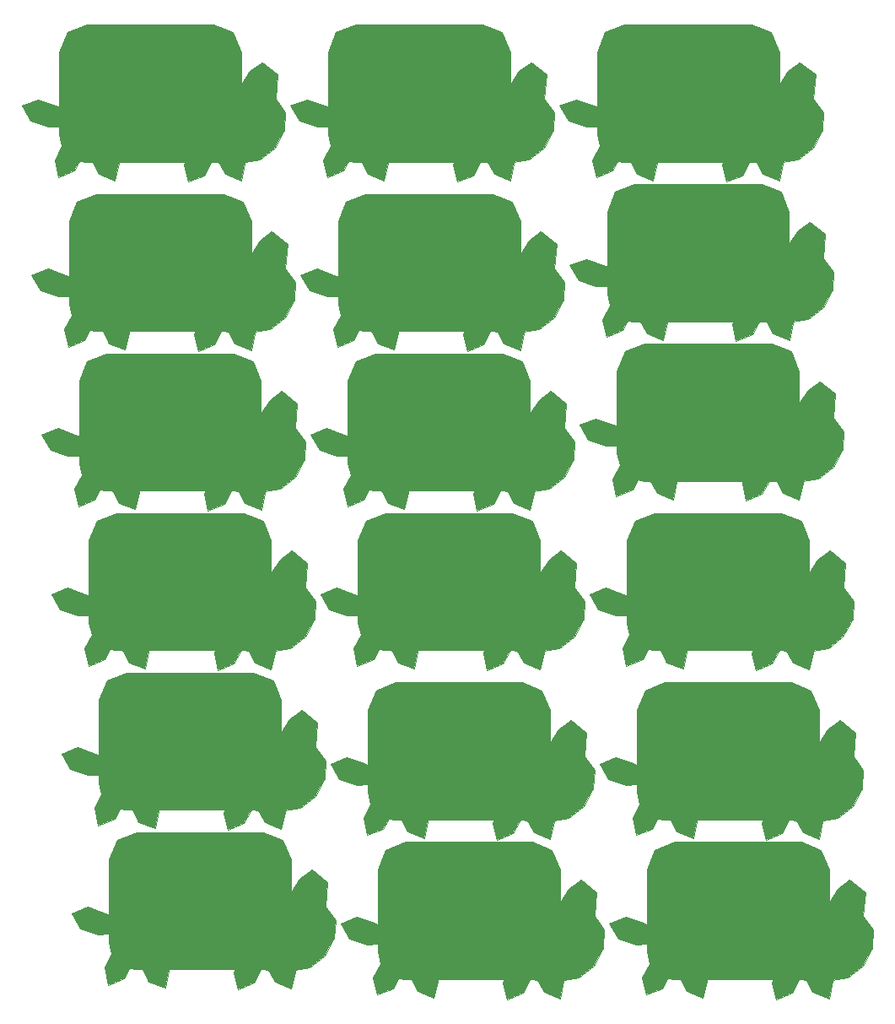
<source format=gts>
%MOIN*%
%OFA0B0*%
%FSLAX46Y46*%
%IPPOS*%
%LPD*%
%ADD10C,0.0039370078740157488*%
%ADD11C,0.0018812204724409449*%
%ADD12R,0.047244094488188976X0.047244094488188976*%
%ADD23C,0.0039370078740157488*%
%ADD24C,0.0018812204724409449*%
%ADD25R,0.047244094488188976X0.047244094488188976*%
%ADD26C,0.0039370078740157488*%
%ADD27C,0.0018812204724409449*%
%ADD28R,0.047244094488188976X0.047244094488188976*%
%ADD29C,0.0039370078740157488*%
%ADD30C,0.0018812204724409449*%
%ADD31R,0.047244094488188976X0.047244094488188976*%
%ADD32C,0.0039370078740157488*%
%ADD33C,0.0018812204724409449*%
%ADD34R,0.047244094488188976X0.047244094488188976*%
%ADD35C,0.0039370078740157488*%
%ADD36C,0.0018812204724409449*%
%ADD37R,0.047244094488188976X0.047244094488188976*%
%ADD38C,0.0039370078740157488*%
%ADD39C,0.0018812204724409449*%
%ADD40R,0.047244094488188976X0.047244094488188976*%
%ADD41C,0.0039370078740157488*%
%ADD42C,0.0018812204724409449*%
%ADD43R,0.047244094488188976X0.047244094488188976*%
%ADD44C,0.0039370078740157488*%
%ADD45C,0.0018812204724409449*%
%ADD46R,0.047244094488188976X0.047244094488188976*%
%ADD47C,0.0039370078740157488*%
%ADD48C,0.0018812204724409449*%
%ADD49R,0.047244094488188976X0.047244094488188976*%
%ADD50C,0.0039370078740157488*%
%ADD51C,0.0018812204724409449*%
%ADD52R,0.047244094488188976X0.047244094488188976*%
%ADD53C,0.0039370078740157488*%
%ADD54C,0.0018812204724409449*%
%ADD55R,0.047244094488188976X0.047244094488188976*%
%ADD56C,0.0039370078740157488*%
%ADD57C,0.0018812204724409449*%
%ADD58R,0.047244094488188976X0.047244094488188976*%
%ADD59C,0.0039370078740157488*%
%ADD60C,0.0018812204724409449*%
%ADD61R,0.047244094488188976X0.047244094488188976*%
%ADD62C,0.0039370078740157488*%
%ADD63C,0.0018812204724409449*%
%ADD64R,0.047244094488188976X0.047244094488188976*%
%ADD65C,0.0039370078740157488*%
%ADD66C,0.0018812204724409449*%
%ADD67R,0.047244094488188976X0.047244094488188976*%
%ADD68C,0.0039370078740157488*%
%ADD69C,0.0018812204724409449*%
%ADD70R,0.047244094488188976X0.047244094488188976*%
%ADD71C,0.0039370078740157488*%
%ADD72C,0.0018812204724409449*%
%ADD73R,0.047244094488188976X0.047244094488188976*%
G01G01*
D10*
D11*
G36*
X0000310082Y0003174705D02*
X0000232934Y0003142849D01*
X0000201078Y0003065701D01*
X0000201078Y0002847522D01*
X0000187047Y0002854517D01*
X0000117725Y0002878817D01*
X0000053028Y0002854028D01*
X0000088091Y0002794279D01*
X0000157417Y0002769979D01*
X0000201078Y0002771728D01*
X0000201078Y0002741477D01*
X0000211865Y0002693995D01*
X0000182971Y0002638876D01*
X0000198099Y0002571269D01*
X0000262311Y0002597283D01*
X0000282583Y0002635951D01*
X0000310082Y0002632473D01*
X0000333592Y0002632473D01*
X0000358622Y0002584741D01*
X0000422829Y0002558727D01*
X0000437962Y0002626334D01*
X0000434743Y0002632472D01*
X0000701419Y0002632472D01*
X0000695383Y0002620960D01*
X0000710511Y0002553348D01*
X0000774724Y0002579362D01*
X0000802565Y0002632472D01*
X0000808155Y0002632472D01*
X0000831543Y0002630939D01*
X0000856700Y0002582948D01*
X0000920912Y0002556934D01*
X0000936040Y0002624541D01*
X0000933056Y0002630234D01*
X0000995710Y0002640806D01*
X0001055422Y0002686603D01*
X0001092286Y0002756141D01*
X0001096066Y0002828112D01*
X0001056523Y0002881208D01*
X0001064121Y0002977489D01*
X0001003314Y0003025632D01*
X0000955171Y0002990520D01*
X0000920672Y0002936449D01*
X0000920672Y0003065701D01*
X0000888815Y0003142849D01*
X0000811667Y0003174705D01*
X0000310082Y0003174705D01*
X0000310082Y0003174705D01*
X0000310082Y0003174705D01*
G37*
X0000310082Y0003174705D02*
X0000232934Y0003142849D01*
X0000201078Y0003065701D01*
X0000201078Y0002847522D01*
X0000187047Y0002854517D01*
X0000117725Y0002878817D01*
X0000053028Y0002854028D01*
X0000088091Y0002794279D01*
X0000157417Y0002769979D01*
X0000201078Y0002771728D01*
X0000201078Y0002741477D01*
X0000211865Y0002693995D01*
X0000182971Y0002638876D01*
X0000198099Y0002571269D01*
X0000262311Y0002597283D01*
X0000282583Y0002635951D01*
X0000310082Y0002632473D01*
X0000333592Y0002632473D01*
X0000358622Y0002584741D01*
X0000422829Y0002558727D01*
X0000437962Y0002626334D01*
X0000434743Y0002632472D01*
X0000701419Y0002632472D01*
X0000695383Y0002620960D01*
X0000710511Y0002553348D01*
X0000774724Y0002579362D01*
X0000802565Y0002632472D01*
X0000808155Y0002632472D01*
X0000831543Y0002630939D01*
X0000856700Y0002582948D01*
X0000920912Y0002556934D01*
X0000936040Y0002624541D01*
X0000933056Y0002630234D01*
X0000995710Y0002640806D01*
X0001055422Y0002686603D01*
X0001092286Y0002756141D01*
X0001096066Y0002828112D01*
X0001056523Y0002881208D01*
X0001064121Y0002977489D01*
X0001003314Y0003025632D01*
X0000955171Y0002990520D01*
X0000920672Y0002936449D01*
X0000920672Y0003065701D01*
X0000888815Y0003142849D01*
X0000811667Y0003174705D01*
X0000310082Y0003174705D01*
X0000310082Y0003174705D01*
D12*
X0000996742Y0002851022D03*
X0000996742Y0002788029D03*
X0000783750Y0002849762D03*
X0000783750Y0002786770D03*
G04 next file*
G04 #@! TF.FileFunction,Soldermask,Top*
G04 Gerber Fmt 4.6, Leading zero omitted, Abs format (unit mm)*
G04 Created by KiCad (PCBNEW 4.0.4-stable) date 08/29/17 21:10:05*
G01G01*
G04 APERTURE LIST*
G04 APERTURE END LIST*
D23*
D24*
G36*
X0000270712Y0003843996D02*
X0000193564Y0003812140D01*
X0000161707Y0003734992D01*
X0000161707Y0003516813D01*
X0000147677Y0003523809D01*
X0000078355Y0003548108D01*
X0000013658Y0003523319D01*
X0000048721Y0003463570D01*
X0000118047Y0003439271D01*
X0000161708Y0003441020D01*
X0000161708Y0003410768D01*
X0000172495Y0003363286D01*
X0000143601Y0003308167D01*
X0000158729Y0003240560D01*
X0000222941Y0003266574D01*
X0000243213Y0003305242D01*
X0000270712Y0003301764D01*
X0000294222Y0003301764D01*
X0000319251Y0003254032D01*
X0000383459Y0003228018D01*
X0000398592Y0003295625D01*
X0000395373Y0003301764D01*
X0000662049Y0003301764D01*
X0000656013Y0003290251D01*
X0000671141Y0003222639D01*
X0000735353Y0003248653D01*
X0000763195Y0003301764D01*
X0000768785Y0003301764D01*
X0000792173Y0003300230D01*
X0000817330Y0003252239D01*
X0000881542Y0003226225D01*
X0000896670Y0003293832D01*
X0000893686Y0003299525D01*
X0000956340Y0003310097D01*
X0001016052Y0003355894D01*
X0001052916Y0003425432D01*
X0001056696Y0003497403D01*
X0001017152Y0003550499D01*
X0001024751Y0003646780D01*
X0000963944Y0003694923D01*
X0000915801Y0003659812D01*
X0000881302Y0003605741D01*
X0000881302Y0003734992D01*
X0000849445Y0003812140D01*
X0000772297Y0003843997D01*
X0000270712Y0003843997D01*
X0000270712Y0003843996D01*
X0000270712Y0003843996D01*
G37*
X0000270712Y0003843996D02*
X0000193564Y0003812140D01*
X0000161707Y0003734992D01*
X0000161707Y0003516813D01*
X0000147677Y0003523809D01*
X0000078355Y0003548108D01*
X0000013658Y0003523319D01*
X0000048721Y0003463570D01*
X0000118047Y0003439271D01*
X0000161708Y0003441020D01*
X0000161708Y0003410768D01*
X0000172495Y0003363286D01*
X0000143601Y0003308167D01*
X0000158729Y0003240560D01*
X0000222941Y0003266574D01*
X0000243213Y0003305242D01*
X0000270712Y0003301764D01*
X0000294222Y0003301764D01*
X0000319251Y0003254032D01*
X0000383459Y0003228018D01*
X0000398592Y0003295625D01*
X0000395373Y0003301764D01*
X0000662049Y0003301764D01*
X0000656013Y0003290251D01*
X0000671141Y0003222639D01*
X0000735353Y0003248653D01*
X0000763195Y0003301764D01*
X0000768785Y0003301764D01*
X0000792173Y0003300230D01*
X0000817330Y0003252239D01*
X0000881542Y0003226225D01*
X0000896670Y0003293832D01*
X0000893686Y0003299525D01*
X0000956340Y0003310097D01*
X0001016052Y0003355894D01*
X0001052916Y0003425432D01*
X0001056696Y0003497403D01*
X0001017152Y0003550499D01*
X0001024751Y0003646780D01*
X0000963944Y0003694923D01*
X0000915801Y0003659812D01*
X0000881302Y0003605741D01*
X0000881302Y0003734992D01*
X0000849445Y0003812140D01*
X0000772297Y0003843997D01*
X0000270712Y0003843997D01*
X0000270712Y0003843996D01*
D25*
X0000957372Y0003520313D03*
X0000957372Y0003457321D03*
X0000744380Y0003519053D03*
X0000744380Y0003456061D03*
G04 next file*
G04 #@! TF.FileFunction,Soldermask,Top*
G04 Gerber Fmt 4.6, Leading zero omitted, Abs format (unit mm)*
G04 Created by KiCad (PCBNEW 4.0.4-stable) date 08/29/17 21:10:05*
G01G01*
G04 APERTURE LIST*
G04 APERTURE END LIST*
D26*
D27*
G36*
X0000349452Y0002544784D02*
X0000272304Y0002512927D01*
X0000240448Y0002435780D01*
X0000240448Y0002217600D01*
X0000226417Y0002224596D01*
X0000157095Y0002248895D01*
X0000092398Y0002224106D01*
X0000127461Y0002164357D01*
X0000196787Y0002140058D01*
X0000240448Y0002141807D01*
X0000240448Y0002111555D01*
X0000251235Y0002064074D01*
X0000222341Y0002008954D01*
X0000237469Y0001941347D01*
X0000301681Y0001967361D01*
X0000321953Y0002006030D01*
X0000349452Y0002002551D01*
X0000372962Y0002002551D01*
X0000397992Y0001954820D01*
X0000462199Y0001928806D01*
X0000477332Y0001996413D01*
X0000474113Y0002002551D01*
X0000740789Y0002002551D01*
X0000734753Y0001991038D01*
X0000749882Y0001923427D01*
X0000814094Y0001949441D01*
X0000841935Y0002002551D01*
X0000847525Y0002002551D01*
X0000870913Y0002001018D01*
X0000896070Y0001953027D01*
X0000960282Y0001927013D01*
X0000975410Y0001994620D01*
X0000972426Y0002000312D01*
X0001035081Y0002010885D01*
X0001094792Y0002056681D01*
X0001131656Y0002126219D01*
X0001135436Y0002198190D01*
X0001095893Y0002251286D01*
X0001103491Y0002347568D01*
X0001042684Y0002395711D01*
X0000994541Y0002360599D01*
X0000960042Y0002306528D01*
X0000960042Y0002435780D01*
X0000928185Y0002512927D01*
X0000851038Y0002544784D01*
X0000349452Y0002544784D01*
X0000349452Y0002544784D01*
X0000349452Y0002544784D01*
G37*
X0000349452Y0002544784D02*
X0000272304Y0002512927D01*
X0000240448Y0002435780D01*
X0000240448Y0002217600D01*
X0000226417Y0002224596D01*
X0000157095Y0002248895D01*
X0000092398Y0002224106D01*
X0000127461Y0002164357D01*
X0000196787Y0002140058D01*
X0000240448Y0002141807D01*
X0000240448Y0002111555D01*
X0000251235Y0002064074D01*
X0000222341Y0002008954D01*
X0000237469Y0001941347D01*
X0000301681Y0001967361D01*
X0000321953Y0002006030D01*
X0000349452Y0002002551D01*
X0000372962Y0002002551D01*
X0000397992Y0001954820D01*
X0000462199Y0001928806D01*
X0000477332Y0001996413D01*
X0000474113Y0002002551D01*
X0000740789Y0002002551D01*
X0000734753Y0001991038D01*
X0000749882Y0001923427D01*
X0000814094Y0001949441D01*
X0000841935Y0002002551D01*
X0000847525Y0002002551D01*
X0000870913Y0002001018D01*
X0000896070Y0001953027D01*
X0000960282Y0001927013D01*
X0000975410Y0001994620D01*
X0000972426Y0002000312D01*
X0001035081Y0002010885D01*
X0001094792Y0002056681D01*
X0001131656Y0002126219D01*
X0001135436Y0002198190D01*
X0001095893Y0002251286D01*
X0001103491Y0002347568D01*
X0001042684Y0002395711D01*
X0000994541Y0002360599D01*
X0000960042Y0002306528D01*
X0000960042Y0002435780D01*
X0000928185Y0002512927D01*
X0000851038Y0002544784D01*
X0000349452Y0002544784D01*
X0000349452Y0002544784D01*
D28*
X0001036112Y0002221100D03*
X0001036112Y0002158108D03*
X0000823120Y0002219840D03*
X0000823120Y0002156848D03*
G04 next file*
G04 #@! TF.FileFunction,Soldermask,Top*
G04 Gerber Fmt 4.6, Leading zero omitted, Abs format (unit mm)*
G04 Created by KiCad (PCBNEW 4.0.4-stable) date 08/29/17 21:10:05*
G01G01*
G04 APERTURE LIST*
G04 APERTURE END LIST*
D29*
D30*
G36*
X0000388822Y0001914863D02*
X0000311674Y0001883006D01*
X0000279818Y0001805858D01*
X0000279818Y0001587679D01*
X0000265787Y0001594675D01*
X0000196465Y0001618974D01*
X0000131768Y0001594185D01*
X0000166831Y0001534436D01*
X0000236157Y0001510137D01*
X0000279818Y0001511886D01*
X0000279818Y0001481634D01*
X0000290606Y0001434152D01*
X0000261711Y0001379033D01*
X0000276839Y0001311426D01*
X0000341051Y0001337440D01*
X0000361323Y0001376108D01*
X0000388822Y0001372630D01*
X0000412332Y0001372630D01*
X0000437362Y0001324898D01*
X0000501569Y0001298884D01*
X0000516702Y0001366492D01*
X0000513483Y0001372630D01*
X0000780159Y0001372630D01*
X0000774123Y0001361117D01*
X0000789252Y0001293505D01*
X0000853464Y0001319519D01*
X0000881305Y0001372630D01*
X0000886895Y0001372630D01*
X0000910283Y0001371097D01*
X0000935440Y0001323105D01*
X0000999652Y0001297092D01*
X0001014780Y0001364698D01*
X0001011797Y0001370391D01*
X0001074451Y0001380963D01*
X0001134162Y0001426760D01*
X0001171026Y0001496298D01*
X0001174806Y0001568269D01*
X0001135263Y0001621365D01*
X0001142861Y0001717646D01*
X0001082054Y0001765789D01*
X0001033911Y0001730678D01*
X0000999412Y0001676607D01*
X0000999412Y0001805859D01*
X0000967555Y0001883006D01*
X0000890408Y0001914863D01*
X0000388822Y0001914863D01*
X0000388822Y0001914863D01*
X0000388822Y0001914863D01*
G37*
X0000388822Y0001914863D02*
X0000311674Y0001883006D01*
X0000279818Y0001805858D01*
X0000279818Y0001587679D01*
X0000265787Y0001594675D01*
X0000196465Y0001618974D01*
X0000131768Y0001594185D01*
X0000166831Y0001534436D01*
X0000236157Y0001510137D01*
X0000279818Y0001511886D01*
X0000279818Y0001481634D01*
X0000290606Y0001434152D01*
X0000261711Y0001379033D01*
X0000276839Y0001311426D01*
X0000341051Y0001337440D01*
X0000361323Y0001376108D01*
X0000388822Y0001372630D01*
X0000412332Y0001372630D01*
X0000437362Y0001324898D01*
X0000501569Y0001298884D01*
X0000516702Y0001366492D01*
X0000513483Y0001372630D01*
X0000780159Y0001372630D01*
X0000774123Y0001361117D01*
X0000789252Y0001293505D01*
X0000853464Y0001319519D01*
X0000881305Y0001372630D01*
X0000886895Y0001372630D01*
X0000910283Y0001371097D01*
X0000935440Y0001323105D01*
X0000999652Y0001297092D01*
X0001014780Y0001364698D01*
X0001011797Y0001370391D01*
X0001074451Y0001380963D01*
X0001134162Y0001426760D01*
X0001171026Y0001496298D01*
X0001174806Y0001568269D01*
X0001135263Y0001621365D01*
X0001142861Y0001717646D01*
X0001082054Y0001765789D01*
X0001033911Y0001730678D01*
X0000999412Y0001676607D01*
X0000999412Y0001805859D01*
X0000967555Y0001883006D01*
X0000890408Y0001914863D01*
X0000388822Y0001914863D01*
X0000388822Y0001914863D01*
D31*
X0001075482Y0001591179D03*
X0001075482Y0001528187D03*
X0000862490Y0001589919D03*
X0000862490Y0001526927D03*
G04 next file*
G04 #@! TF.FileFunction,Soldermask,Top*
G04 Gerber Fmt 4.6, Leading zero omitted, Abs format (unit mm)*
G04 Created by KiCad (PCBNEW 4.0.4-stable) date 08/29/17 21:10:05*
G01G01*
G04 APERTURE LIST*
G04 APERTURE END LIST*
D32*
D33*
G36*
X0000428192Y0001284941D02*
X0000351044Y0001253085D01*
X0000319188Y0001175937D01*
X0000319188Y0000957758D01*
X0000305157Y0000964754D01*
X0000235835Y0000989053D01*
X0000171138Y0000964264D01*
X0000206201Y0000904515D01*
X0000275527Y0000880216D01*
X0000319188Y0000881965D01*
X0000319188Y0000851713D01*
X0000329976Y0000804231D01*
X0000301081Y0000749112D01*
X0000316209Y0000681505D01*
X0000380421Y0000707519D01*
X0000400694Y0000746187D01*
X0000428192Y0000742709D01*
X0000451702Y0000742709D01*
X0000476732Y0000694977D01*
X0000540939Y0000668963D01*
X0000556072Y0000736570D01*
X0000552853Y0000742709D01*
X0000819529Y0000742709D01*
X0000813493Y0000731196D01*
X0000828622Y0000663584D01*
X0000892834Y0000689598D01*
X0000920675Y0000742709D01*
X0000926265Y0000742709D01*
X0000949653Y0000741175D01*
X0000974810Y0000693184D01*
X0001039022Y0000667170D01*
X0001054150Y0000734777D01*
X0001051167Y0000740470D01*
X0001113821Y0000751042D01*
X0001173532Y0000796839D01*
X0001210397Y0000866377D01*
X0001214176Y0000938348D01*
X0001174633Y0000991444D01*
X0001182231Y0001087725D01*
X0001121424Y0001135868D01*
X0001073281Y0001100757D01*
X0001038782Y0001046686D01*
X0001038782Y0001175937D01*
X0001006925Y0001253085D01*
X0000929778Y0001284941D01*
X0000428192Y0001284941D01*
X0000428192Y0001284941D01*
X0000428192Y0001284941D01*
G37*
X0000428192Y0001284941D02*
X0000351044Y0001253085D01*
X0000319188Y0001175937D01*
X0000319188Y0000957758D01*
X0000305157Y0000964754D01*
X0000235835Y0000989053D01*
X0000171138Y0000964264D01*
X0000206201Y0000904515D01*
X0000275527Y0000880216D01*
X0000319188Y0000881965D01*
X0000319188Y0000851713D01*
X0000329976Y0000804231D01*
X0000301081Y0000749112D01*
X0000316209Y0000681505D01*
X0000380421Y0000707519D01*
X0000400694Y0000746187D01*
X0000428192Y0000742709D01*
X0000451702Y0000742709D01*
X0000476732Y0000694977D01*
X0000540939Y0000668963D01*
X0000556072Y0000736570D01*
X0000552853Y0000742709D01*
X0000819529Y0000742709D01*
X0000813493Y0000731196D01*
X0000828622Y0000663584D01*
X0000892834Y0000689598D01*
X0000920675Y0000742709D01*
X0000926265Y0000742709D01*
X0000949653Y0000741175D01*
X0000974810Y0000693184D01*
X0001039022Y0000667170D01*
X0001054150Y0000734777D01*
X0001051167Y0000740470D01*
X0001113821Y0000751042D01*
X0001173532Y0000796839D01*
X0001210397Y0000866377D01*
X0001214176Y0000938348D01*
X0001174633Y0000991444D01*
X0001182231Y0001087725D01*
X0001121424Y0001135868D01*
X0001073281Y0001100757D01*
X0001038782Y0001046686D01*
X0001038782Y0001175937D01*
X0001006925Y0001253085D01*
X0000929778Y0001284941D01*
X0000428192Y0001284941D01*
X0000428192Y0001284941D01*
D34*
X0001114852Y0000961258D03*
X0001114852Y0000898266D03*
X0000901860Y0000959998D03*
X0000901860Y0000897006D03*
G04 next file*
G04 #@! TF.FileFunction,Soldermask,Top*
G04 Gerber Fmt 4.6, Leading zero omitted, Abs format (unit mm)*
G04 Created by KiCad (PCBNEW 4.0.4-stable) date 08/29/17 21:10:05*
G01G01*
G04 APERTURE LIST*
G04 APERTURE END LIST*
D35*
D36*
G36*
X0000467562Y0000655020D02*
X0000390414Y0000623163D01*
X0000358558Y0000546016D01*
X0000358558Y0000327837D01*
X0000344527Y0000334832D01*
X0000275205Y0000359132D01*
X0000210508Y0000334342D01*
X0000245571Y0000274594D01*
X0000314897Y0000250294D01*
X0000358558Y0000252043D01*
X0000358558Y0000221792D01*
X0000369346Y0000174310D01*
X0000340451Y0000119191D01*
X0000355579Y0000051584D01*
X0000419791Y0000077598D01*
X0000440064Y0000116266D01*
X0000467562Y0000112787D01*
X0000491073Y0000112787D01*
X0000516102Y0000065056D01*
X0000580309Y0000039042D01*
X0000595442Y0000106649D01*
X0000592223Y0000112787D01*
X0000858899Y0000112787D01*
X0000852863Y0000101275D01*
X0000867992Y0000033663D01*
X0000932204Y0000059677D01*
X0000960045Y0000112787D01*
X0000965635Y0000112787D01*
X0000989023Y0000111254D01*
X0001014180Y0000063263D01*
X0001078392Y0000037249D01*
X0001093520Y0000104856D01*
X0001090537Y0000110549D01*
X0001153191Y0000121121D01*
X0001212902Y0000166918D01*
X0001249767Y0000236456D01*
X0001253546Y0000308427D01*
X0001214003Y0000361522D01*
X0001221601Y0000457804D01*
X0001160794Y0000505947D01*
X0001112652Y0000470835D01*
X0001078152Y0000416764D01*
X0001078152Y0000546016D01*
X0001046295Y0000623164D01*
X0000969148Y0000655020D01*
X0000467562Y0000655020D01*
X0000467562Y0000655020D01*
X0000467562Y0000655020D01*
G37*
X0000467562Y0000655020D02*
X0000390414Y0000623163D01*
X0000358558Y0000546016D01*
X0000358558Y0000327837D01*
X0000344527Y0000334832D01*
X0000275205Y0000359132D01*
X0000210508Y0000334342D01*
X0000245571Y0000274594D01*
X0000314897Y0000250294D01*
X0000358558Y0000252043D01*
X0000358558Y0000221792D01*
X0000369346Y0000174310D01*
X0000340451Y0000119191D01*
X0000355579Y0000051584D01*
X0000419791Y0000077598D01*
X0000440064Y0000116266D01*
X0000467562Y0000112787D01*
X0000491073Y0000112787D01*
X0000516102Y0000065056D01*
X0000580309Y0000039042D01*
X0000595442Y0000106649D01*
X0000592223Y0000112787D01*
X0000858899Y0000112787D01*
X0000852863Y0000101275D01*
X0000867992Y0000033663D01*
X0000932204Y0000059677D01*
X0000960045Y0000112787D01*
X0000965635Y0000112787D01*
X0000989023Y0000111254D01*
X0001014180Y0000063263D01*
X0001078392Y0000037249D01*
X0001093520Y0000104856D01*
X0001090537Y0000110549D01*
X0001153191Y0000121121D01*
X0001212902Y0000166918D01*
X0001249767Y0000236456D01*
X0001253546Y0000308427D01*
X0001214003Y0000361522D01*
X0001221601Y0000457804D01*
X0001160794Y0000505947D01*
X0001112652Y0000470835D01*
X0001078152Y0000416764D01*
X0001078152Y0000546016D01*
X0001046295Y0000623164D01*
X0000969148Y0000655020D01*
X0000467562Y0000655020D01*
X0000467562Y0000655020D01*
D37*
X0001154222Y0000331337D03*
X0001154222Y0000268344D03*
X0000941230Y0000330077D03*
X0000941230Y0000267085D03*
G04 next file*
G04 #@! TF.FileFunction,Soldermask,Top*
G04 Gerber Fmt 4.6, Leading zero omitted, Abs format (unit mm)*
G04 Created by KiCad (PCBNEW 4.0.4-stable) date 08/29/17 21:10:05*
G01G01*
G04 APERTURE LIST*
G04 APERTURE END LIST*
D38*
D39*
G36*
X0001333704Y0003843996D02*
X0001256556Y0003812140D01*
X0001224700Y0003734992D01*
X0001224700Y0003516813D01*
X0001210669Y0003523809D01*
X0001141347Y0003548108D01*
X0001076650Y0003523319D01*
X0001111713Y0003463570D01*
X0001181039Y0003439271D01*
X0001224700Y0003441020D01*
X0001224700Y0003410768D01*
X0001235487Y0003363286D01*
X0001206593Y0003308167D01*
X0001221721Y0003240560D01*
X0001285933Y0003266574D01*
X0001306205Y0003305242D01*
X0001333704Y0003301764D01*
X0001357214Y0003301764D01*
X0001382244Y0003254032D01*
X0001446451Y0003228018D01*
X0001461584Y0003295625D01*
X0001458365Y0003301764D01*
X0001725041Y0003301764D01*
X0001719005Y0003290251D01*
X0001734134Y0003222639D01*
X0001798346Y0003248653D01*
X0001826187Y0003301764D01*
X0001831777Y0003301764D01*
X0001855165Y0003300230D01*
X0001880322Y0003252239D01*
X0001944534Y0003226225D01*
X0001959662Y0003293832D01*
X0001956678Y0003299525D01*
X0002019333Y0003310097D01*
X0002079044Y0003355894D01*
X0002115908Y0003425432D01*
X0002119688Y0003497403D01*
X0002080145Y0003550499D01*
X0002087743Y0003646780D01*
X0002026936Y0003694923D01*
X0001978793Y0003659812D01*
X0001944294Y0003605741D01*
X0001944294Y0003734992D01*
X0001912437Y0003812140D01*
X0001835290Y0003843997D01*
X0001333704Y0003843997D01*
X0001333704Y0003843996D01*
X0001333704Y0003843996D01*
G37*
X0001333704Y0003843996D02*
X0001256556Y0003812140D01*
X0001224700Y0003734992D01*
X0001224700Y0003516813D01*
X0001210669Y0003523809D01*
X0001141347Y0003548108D01*
X0001076650Y0003523319D01*
X0001111713Y0003463570D01*
X0001181039Y0003439271D01*
X0001224700Y0003441020D01*
X0001224700Y0003410768D01*
X0001235487Y0003363286D01*
X0001206593Y0003308167D01*
X0001221721Y0003240560D01*
X0001285933Y0003266574D01*
X0001306205Y0003305242D01*
X0001333704Y0003301764D01*
X0001357214Y0003301764D01*
X0001382244Y0003254032D01*
X0001446451Y0003228018D01*
X0001461584Y0003295625D01*
X0001458365Y0003301764D01*
X0001725041Y0003301764D01*
X0001719005Y0003290251D01*
X0001734134Y0003222639D01*
X0001798346Y0003248653D01*
X0001826187Y0003301764D01*
X0001831777Y0003301764D01*
X0001855165Y0003300230D01*
X0001880322Y0003252239D01*
X0001944534Y0003226225D01*
X0001959662Y0003293832D01*
X0001956678Y0003299525D01*
X0002019333Y0003310097D01*
X0002079044Y0003355894D01*
X0002115908Y0003425432D01*
X0002119688Y0003497403D01*
X0002080145Y0003550499D01*
X0002087743Y0003646780D01*
X0002026936Y0003694923D01*
X0001978793Y0003659812D01*
X0001944294Y0003605741D01*
X0001944294Y0003734992D01*
X0001912437Y0003812140D01*
X0001835290Y0003843997D01*
X0001333704Y0003843997D01*
X0001333704Y0003843996D01*
D40*
X0002020364Y0003520313D03*
X0002020364Y0003457321D03*
X0001807372Y0003519053D03*
X0001807372Y0003456061D03*
G04 next file*
G04 #@! TF.FileFunction,Soldermask,Top*
G04 Gerber Fmt 4.6, Leading zero omitted, Abs format (unit mm)*
G04 Created by KiCad (PCBNEW 4.0.4-stable) date 08/29/17 21:10:05*
G01G01*
G04 APERTURE LIST*
G04 APERTURE END LIST*
D41*
D42*
G36*
X0001451814Y0001914863D02*
X0001374666Y0001883006D01*
X0001342810Y0001805858D01*
X0001342810Y0001587679D01*
X0001328779Y0001594675D01*
X0001259457Y0001618974D01*
X0001194760Y0001594185D01*
X0001229823Y0001534436D01*
X0001299149Y0001510137D01*
X0001342810Y0001511886D01*
X0001342810Y0001481634D01*
X0001353598Y0001434152D01*
X0001324703Y0001379033D01*
X0001339831Y0001311426D01*
X0001404043Y0001337440D01*
X0001424316Y0001376108D01*
X0001451814Y0001372630D01*
X0001475325Y0001372630D01*
X0001500354Y0001324898D01*
X0001564561Y0001298884D01*
X0001579694Y0001366492D01*
X0001576475Y0001372630D01*
X0001843151Y0001372630D01*
X0001837115Y0001361117D01*
X0001852244Y0001293505D01*
X0001916456Y0001319519D01*
X0001944297Y0001372630D01*
X0001949887Y0001372630D01*
X0001973275Y0001371097D01*
X0001998432Y0001323105D01*
X0002062644Y0001297092D01*
X0002077772Y0001364698D01*
X0002074789Y0001370391D01*
X0002137443Y0001380963D01*
X0002197154Y0001426760D01*
X0002234019Y0001496298D01*
X0002237798Y0001568269D01*
X0002198255Y0001621365D01*
X0002205853Y0001717646D01*
X0002145046Y0001765789D01*
X0002096903Y0001730678D01*
X0002062404Y0001676607D01*
X0002062404Y0001805859D01*
X0002030547Y0001883006D01*
X0001953400Y0001914863D01*
X0001451814Y0001914863D01*
X0001451814Y0001914863D01*
X0001451814Y0001914863D01*
G37*
X0001451814Y0001914863D02*
X0001374666Y0001883006D01*
X0001342810Y0001805858D01*
X0001342810Y0001587679D01*
X0001328779Y0001594675D01*
X0001259457Y0001618974D01*
X0001194760Y0001594185D01*
X0001229823Y0001534436D01*
X0001299149Y0001510137D01*
X0001342810Y0001511886D01*
X0001342810Y0001481634D01*
X0001353598Y0001434152D01*
X0001324703Y0001379033D01*
X0001339831Y0001311426D01*
X0001404043Y0001337440D01*
X0001424316Y0001376108D01*
X0001451814Y0001372630D01*
X0001475325Y0001372630D01*
X0001500354Y0001324898D01*
X0001564561Y0001298884D01*
X0001579694Y0001366492D01*
X0001576475Y0001372630D01*
X0001843151Y0001372630D01*
X0001837115Y0001361117D01*
X0001852244Y0001293505D01*
X0001916456Y0001319519D01*
X0001944297Y0001372630D01*
X0001949887Y0001372630D01*
X0001973275Y0001371097D01*
X0001998432Y0001323105D01*
X0002062644Y0001297092D01*
X0002077772Y0001364698D01*
X0002074789Y0001370391D01*
X0002137443Y0001380963D01*
X0002197154Y0001426760D01*
X0002234019Y0001496298D01*
X0002237798Y0001568269D01*
X0002198255Y0001621365D01*
X0002205853Y0001717646D01*
X0002145046Y0001765789D01*
X0002096903Y0001730678D01*
X0002062404Y0001676607D01*
X0002062404Y0001805859D01*
X0002030547Y0001883006D01*
X0001953400Y0001914863D01*
X0001451814Y0001914863D01*
X0001451814Y0001914863D01*
D43*
X0002138474Y0001591179D03*
X0002138474Y0001528187D03*
X0001925482Y0001589919D03*
X0001925482Y0001526927D03*
G04 next file*
G04 #@! TF.FileFunction,Soldermask,Top*
G04 Gerber Fmt 4.6, Leading zero omitted, Abs format (unit mm)*
G04 Created by KiCad (PCBNEW 4.0.4-stable) date 08/29/17 21:10:05*
G01G01*
G04 APERTURE LIST*
G04 APERTURE END LIST*
D44*
D45*
G36*
X0001373074Y0003174705D02*
X0001295926Y0003142849D01*
X0001264070Y0003065701D01*
X0001264070Y0002847522D01*
X0001250039Y0002854517D01*
X0001180717Y0002878817D01*
X0001116020Y0002854028D01*
X0001151083Y0002794279D01*
X0001220409Y0002769979D01*
X0001264070Y0002771728D01*
X0001264070Y0002741477D01*
X0001274857Y0002693995D01*
X0001245963Y0002638876D01*
X0001261091Y0002571269D01*
X0001325303Y0002597283D01*
X0001345575Y0002635951D01*
X0001373074Y0002632473D01*
X0001396584Y0002632473D01*
X0001421614Y0002584741D01*
X0001485821Y0002558727D01*
X0001500954Y0002626334D01*
X0001497735Y0002632472D01*
X0001764411Y0002632472D01*
X0001758375Y0002620960D01*
X0001773504Y0002553348D01*
X0001837716Y0002579362D01*
X0001865557Y0002632472D01*
X0001871147Y0002632472D01*
X0001894535Y0002630939D01*
X0001919692Y0002582948D01*
X0001983904Y0002556934D01*
X0001999032Y0002624541D01*
X0001996049Y0002630234D01*
X0002058703Y0002640806D01*
X0002118414Y0002686603D01*
X0002155278Y0002756141D01*
X0002159058Y0002828112D01*
X0002119515Y0002881208D01*
X0002127113Y0002977489D01*
X0002066306Y0003025632D01*
X0002018163Y0002990520D01*
X0001983664Y0002936449D01*
X0001983664Y0003065701D01*
X0001951807Y0003142849D01*
X0001874660Y0003174705D01*
X0001373074Y0003174705D01*
X0001373074Y0003174705D01*
X0001373074Y0003174705D01*
G37*
X0001373074Y0003174705D02*
X0001295926Y0003142849D01*
X0001264070Y0003065701D01*
X0001264070Y0002847522D01*
X0001250039Y0002854517D01*
X0001180717Y0002878817D01*
X0001116020Y0002854028D01*
X0001151083Y0002794279D01*
X0001220409Y0002769979D01*
X0001264070Y0002771728D01*
X0001264070Y0002741477D01*
X0001274857Y0002693995D01*
X0001245963Y0002638876D01*
X0001261091Y0002571269D01*
X0001325303Y0002597283D01*
X0001345575Y0002635951D01*
X0001373074Y0002632473D01*
X0001396584Y0002632473D01*
X0001421614Y0002584741D01*
X0001485821Y0002558727D01*
X0001500954Y0002626334D01*
X0001497735Y0002632472D01*
X0001764411Y0002632472D01*
X0001758375Y0002620960D01*
X0001773504Y0002553348D01*
X0001837716Y0002579362D01*
X0001865557Y0002632472D01*
X0001871147Y0002632472D01*
X0001894535Y0002630939D01*
X0001919692Y0002582948D01*
X0001983904Y0002556934D01*
X0001999032Y0002624541D01*
X0001996049Y0002630234D01*
X0002058703Y0002640806D01*
X0002118414Y0002686603D01*
X0002155278Y0002756141D01*
X0002159058Y0002828112D01*
X0002119515Y0002881208D01*
X0002127113Y0002977489D01*
X0002066306Y0003025632D01*
X0002018163Y0002990520D01*
X0001983664Y0002936449D01*
X0001983664Y0003065701D01*
X0001951807Y0003142849D01*
X0001874660Y0003174705D01*
X0001373074Y0003174705D01*
X0001373074Y0003174705D01*
D46*
X0002059734Y0002851022D03*
X0002059734Y0002788029D03*
X0001846742Y0002849762D03*
X0001846742Y0002786770D03*
G04 next file*
G04 #@! TF.FileFunction,Soldermask,Top*
G04 Gerber Fmt 4.6, Leading zero omitted, Abs format (unit mm)*
G04 Created by KiCad (PCBNEW 4.0.4-stable) date 08/29/17 21:10:05*
G01G01*
G04 APERTURE LIST*
G04 APERTURE END LIST*
D47*
D48*
G36*
X0001412444Y0002544784D02*
X0001335296Y0002512927D01*
X0001303440Y0002435780D01*
X0001303440Y0002217600D01*
X0001289409Y0002224596D01*
X0001220087Y0002248895D01*
X0001155390Y0002224106D01*
X0001190453Y0002164357D01*
X0001259779Y0002140058D01*
X0001303440Y0002141807D01*
X0001303440Y0002111555D01*
X0001314228Y0002064074D01*
X0001285333Y0002008954D01*
X0001300461Y0001941347D01*
X0001364673Y0001967361D01*
X0001384946Y0002006030D01*
X0001412444Y0002002551D01*
X0001435954Y0002002551D01*
X0001460984Y0001954820D01*
X0001525191Y0001928806D01*
X0001540324Y0001996413D01*
X0001537105Y0002002551D01*
X0001803781Y0002002551D01*
X0001797745Y0001991038D01*
X0001812874Y0001923427D01*
X0001877086Y0001949441D01*
X0001904927Y0002002551D01*
X0001910517Y0002002551D01*
X0001933905Y0002001018D01*
X0001959062Y0001953027D01*
X0002023274Y0001927013D01*
X0002038402Y0001994620D01*
X0002035419Y0002000312D01*
X0002098073Y0002010885D01*
X0002157784Y0002056681D01*
X0002194648Y0002126219D01*
X0002198428Y0002198190D01*
X0002158885Y0002251286D01*
X0002166483Y0002347568D01*
X0002105676Y0002395711D01*
X0002057533Y0002360599D01*
X0002023034Y0002306528D01*
X0002023034Y0002435780D01*
X0001991177Y0002512927D01*
X0001914030Y0002544784D01*
X0001412444Y0002544784D01*
X0001412444Y0002544784D01*
X0001412444Y0002544784D01*
G37*
X0001412444Y0002544784D02*
X0001335296Y0002512927D01*
X0001303440Y0002435780D01*
X0001303440Y0002217600D01*
X0001289409Y0002224596D01*
X0001220087Y0002248895D01*
X0001155390Y0002224106D01*
X0001190453Y0002164357D01*
X0001259779Y0002140058D01*
X0001303440Y0002141807D01*
X0001303440Y0002111555D01*
X0001314228Y0002064074D01*
X0001285333Y0002008954D01*
X0001300461Y0001941347D01*
X0001364673Y0001967361D01*
X0001384946Y0002006030D01*
X0001412444Y0002002551D01*
X0001435954Y0002002551D01*
X0001460984Y0001954820D01*
X0001525191Y0001928806D01*
X0001540324Y0001996413D01*
X0001537105Y0002002551D01*
X0001803781Y0002002551D01*
X0001797745Y0001991038D01*
X0001812874Y0001923427D01*
X0001877086Y0001949441D01*
X0001904927Y0002002551D01*
X0001910517Y0002002551D01*
X0001933905Y0002001018D01*
X0001959062Y0001953027D01*
X0002023274Y0001927013D01*
X0002038402Y0001994620D01*
X0002035419Y0002000312D01*
X0002098073Y0002010885D01*
X0002157784Y0002056681D01*
X0002194648Y0002126219D01*
X0002198428Y0002198190D01*
X0002158885Y0002251286D01*
X0002166483Y0002347568D01*
X0002105676Y0002395711D01*
X0002057533Y0002360599D01*
X0002023034Y0002306528D01*
X0002023034Y0002435780D01*
X0001991177Y0002512927D01*
X0001914030Y0002544784D01*
X0001412444Y0002544784D01*
X0001412444Y0002544784D01*
D49*
X0002099104Y0002221100D03*
X0002099104Y0002158108D03*
X0001886112Y0002219840D03*
X0001886112Y0002156848D03*
G04 next file*
G04 #@! TF.FileFunction,Soldermask,Top*
G04 Gerber Fmt 4.6, Leading zero omitted, Abs format (unit mm)*
G04 Created by KiCad (PCBNEW 4.0.4-stable) date 08/29/17 21:10:05*
G01G01*
G04 APERTURE LIST*
G04 APERTURE END LIST*
D50*
D51*
G36*
X0001491184Y0001245571D02*
X0001414036Y0001213715D01*
X0001382180Y0001136567D01*
X0001382180Y0000918388D01*
X0001368149Y0000925384D01*
X0001298827Y0000949683D01*
X0001234130Y0000924894D01*
X0001269193Y0000865145D01*
X0001338520Y0000840845D01*
X0001382180Y0000842594D01*
X0001382180Y0000812343D01*
X0001392968Y0000764861D01*
X0001364073Y0000709742D01*
X0001379201Y0000642135D01*
X0001443413Y0000668149D01*
X0001463686Y0000706817D01*
X0001491184Y0000703339D01*
X0001514695Y0000703339D01*
X0001539724Y0000655607D01*
X0001603931Y0000629593D01*
X0001619064Y0000697200D01*
X0001615845Y0000703339D01*
X0001882521Y0000703339D01*
X0001876486Y0000691826D01*
X0001891614Y0000624214D01*
X0001955826Y0000650228D01*
X0001983667Y0000703339D01*
X0001989257Y0000703339D01*
X0002012645Y0000701805D01*
X0002037802Y0000653814D01*
X0002102014Y0000627800D01*
X0002117142Y0000695407D01*
X0002114159Y0000701100D01*
X0002176813Y0000711672D01*
X0002236524Y0000757469D01*
X0002273389Y0000827007D01*
X0002277168Y0000898978D01*
X0002237625Y0000952074D01*
X0002245223Y0001048355D01*
X0002184416Y0001096498D01*
X0002136274Y0001061386D01*
X0002101774Y0001007315D01*
X0002101774Y0001136567D01*
X0002069917Y0001213715D01*
X0001992770Y0001245571D01*
X0001491184Y0001245571D01*
X0001491184Y0001245571D01*
X0001491184Y0001245571D01*
G37*
X0001491184Y0001245571D02*
X0001414036Y0001213715D01*
X0001382180Y0001136567D01*
X0001382180Y0000918388D01*
X0001368149Y0000925384D01*
X0001298827Y0000949683D01*
X0001234130Y0000924894D01*
X0001269193Y0000865145D01*
X0001338520Y0000840845D01*
X0001382180Y0000842594D01*
X0001382180Y0000812343D01*
X0001392968Y0000764861D01*
X0001364073Y0000709742D01*
X0001379201Y0000642135D01*
X0001443413Y0000668149D01*
X0001463686Y0000706817D01*
X0001491184Y0000703339D01*
X0001514695Y0000703339D01*
X0001539724Y0000655607D01*
X0001603931Y0000629593D01*
X0001619064Y0000697200D01*
X0001615845Y0000703339D01*
X0001882521Y0000703339D01*
X0001876486Y0000691826D01*
X0001891614Y0000624214D01*
X0001955826Y0000650228D01*
X0001983667Y0000703339D01*
X0001989257Y0000703339D01*
X0002012645Y0000701805D01*
X0002037802Y0000653814D01*
X0002102014Y0000627800D01*
X0002117142Y0000695407D01*
X0002114159Y0000701100D01*
X0002176813Y0000711672D01*
X0002236524Y0000757469D01*
X0002273389Y0000827007D01*
X0002277168Y0000898978D01*
X0002237625Y0000952074D01*
X0002245223Y0001048355D01*
X0002184416Y0001096498D01*
X0002136274Y0001061386D01*
X0002101774Y0001007315D01*
X0002101774Y0001136567D01*
X0002069917Y0001213715D01*
X0001992770Y0001245571D01*
X0001491184Y0001245571D01*
X0001491184Y0001245571D01*
D52*
X0002177844Y0000921888D03*
X0002177844Y0000858896D03*
X0001964852Y0000920628D03*
X0001964852Y0000857636D03*
G04 next file*
G04 #@! TF.FileFunction,Soldermask,Top*
G04 Gerber Fmt 4.6, Leading zero omitted, Abs format (unit mm)*
G04 Created by KiCad (PCBNEW 4.0.4-stable) date 08/29/17 21:10:05*
G01G01*
G04 APERTURE LIST*
G04 APERTURE END LIST*
D53*
D54*
G36*
X0001530554Y0000615650D02*
X0001453407Y0000583793D01*
X0001421550Y0000506646D01*
X0001421550Y0000288467D01*
X0001407519Y0000295462D01*
X0001338197Y0000319762D01*
X0001273500Y0000294972D01*
X0001308563Y0000235223D01*
X0001377890Y0000210924D01*
X0001421550Y0000212673D01*
X0001421550Y0000182421D01*
X0001432338Y0000134940D01*
X0001403443Y0000079821D01*
X0001418571Y0000012213D01*
X0001482783Y0000038227D01*
X0001503056Y0000076896D01*
X0001530554Y0000073417D01*
X0001554065Y0000073417D01*
X0001579094Y0000025686D01*
X0001643301Y-0000000327D01*
X0001658434Y0000067279D01*
X0001655216Y0000073417D01*
X0001921891Y0000073417D01*
X0001915856Y0000061905D01*
X0001930984Y-0000005706D01*
X0001995196Y0000020307D01*
X0002023037Y0000073417D01*
X0002028627Y0000073417D01*
X0002052015Y0000071884D01*
X0002077172Y0000023893D01*
X0002141384Y-0000002120D01*
X0002156512Y0000065486D01*
X0002153529Y0000071179D01*
X0002216183Y0000081751D01*
X0002275894Y0000127547D01*
X0002312759Y0000197085D01*
X0002316538Y0000269057D01*
X0002276995Y0000322152D01*
X0002284593Y0000418434D01*
X0002223786Y0000466577D01*
X0002175644Y0000431465D01*
X0002141144Y0000377394D01*
X0002141144Y0000506646D01*
X0002109287Y0000583794D01*
X0002032140Y0000615650D01*
X0001530554Y0000615650D01*
X0001530554Y0000615650D01*
X0001530554Y0000615650D01*
G37*
X0001530554Y0000615650D02*
X0001453407Y0000583793D01*
X0001421550Y0000506646D01*
X0001421550Y0000288467D01*
X0001407519Y0000295462D01*
X0001338197Y0000319762D01*
X0001273500Y0000294972D01*
X0001308563Y0000235223D01*
X0001377890Y0000210924D01*
X0001421550Y0000212673D01*
X0001421550Y0000182421D01*
X0001432338Y0000134940D01*
X0001403443Y0000079821D01*
X0001418571Y0000012213D01*
X0001482783Y0000038227D01*
X0001503056Y0000076896D01*
X0001530554Y0000073417D01*
X0001554065Y0000073417D01*
X0001579094Y0000025686D01*
X0001643301Y-0000000327D01*
X0001658434Y0000067279D01*
X0001655216Y0000073417D01*
X0001921891Y0000073417D01*
X0001915856Y0000061905D01*
X0001930984Y-0000005706D01*
X0001995196Y0000020307D01*
X0002023037Y0000073417D01*
X0002028627Y0000073417D01*
X0002052015Y0000071884D01*
X0002077172Y0000023893D01*
X0002141384Y-0000002120D01*
X0002156512Y0000065486D01*
X0002153529Y0000071179D01*
X0002216183Y0000081751D01*
X0002275894Y0000127547D01*
X0002312759Y0000197085D01*
X0002316538Y0000269057D01*
X0002276995Y0000322152D01*
X0002284593Y0000418434D01*
X0002223786Y0000466577D01*
X0002175644Y0000431465D01*
X0002141144Y0000377394D01*
X0002141144Y0000506646D01*
X0002109287Y0000583794D01*
X0002032140Y0000615650D01*
X0001530554Y0000615650D01*
X0001530554Y0000615650D01*
D55*
X0002217214Y0000291966D03*
X0002217214Y0000228974D03*
X0002004222Y0000290707D03*
X0002004222Y0000227714D03*
G04 next file*
G04 #@! TF.FileFunction,Soldermask,Top*
G04 Gerber Fmt 4.6, Leading zero omitted, Abs format (unit mm)*
G04 Created by KiCad (PCBNEW 4.0.4-stable) date 08/29/17 21:10:05*
G01G01*
G04 APERTURE LIST*
G04 APERTURE END LIST*
D56*
D57*
G36*
X0002396696Y0003843996D02*
X0002319548Y0003812140D01*
X0002287692Y0003734992D01*
X0002287692Y0003516813D01*
X0002273661Y0003523809D01*
X0002204339Y0003548108D01*
X0002139642Y0003523319D01*
X0002174705Y0003463570D01*
X0002244031Y0003439271D01*
X0002287692Y0003441020D01*
X0002287692Y0003410768D01*
X0002298480Y0003363286D01*
X0002269585Y0003308167D01*
X0002284713Y0003240560D01*
X0002348925Y0003266574D01*
X0002369197Y0003305242D01*
X0002396696Y0003301764D01*
X0002420206Y0003301764D01*
X0002445236Y0003254032D01*
X0002509443Y0003228018D01*
X0002524576Y0003295625D01*
X0002521357Y0003301764D01*
X0002788033Y0003301764D01*
X0002781997Y0003290251D01*
X0002797126Y0003222639D01*
X0002861338Y0003248653D01*
X0002889179Y0003301764D01*
X0002894769Y0003301764D01*
X0002918157Y0003300230D01*
X0002943314Y0003252239D01*
X0003007526Y0003226225D01*
X0003022654Y0003293832D01*
X0003019671Y0003299525D01*
X0003082325Y0003310097D01*
X0003142036Y0003355894D01*
X0003178900Y0003425432D01*
X0003182680Y0003497403D01*
X0003143137Y0003550499D01*
X0003150735Y0003646780D01*
X0003089928Y0003694923D01*
X0003041785Y0003659812D01*
X0003007286Y0003605741D01*
X0003007286Y0003734992D01*
X0002975429Y0003812140D01*
X0002898282Y0003843997D01*
X0002396696Y0003843997D01*
X0002396696Y0003843996D01*
X0002396696Y0003843996D01*
G37*
X0002396696Y0003843996D02*
X0002319548Y0003812140D01*
X0002287692Y0003734992D01*
X0002287692Y0003516813D01*
X0002273661Y0003523809D01*
X0002204339Y0003548108D01*
X0002139642Y0003523319D01*
X0002174705Y0003463570D01*
X0002244031Y0003439271D01*
X0002287692Y0003441020D01*
X0002287692Y0003410768D01*
X0002298480Y0003363286D01*
X0002269585Y0003308167D01*
X0002284713Y0003240560D01*
X0002348925Y0003266574D01*
X0002369197Y0003305242D01*
X0002396696Y0003301764D01*
X0002420206Y0003301764D01*
X0002445236Y0003254032D01*
X0002509443Y0003228018D01*
X0002524576Y0003295625D01*
X0002521357Y0003301764D01*
X0002788033Y0003301764D01*
X0002781997Y0003290251D01*
X0002797126Y0003222639D01*
X0002861338Y0003248653D01*
X0002889179Y0003301764D01*
X0002894769Y0003301764D01*
X0002918157Y0003300230D01*
X0002943314Y0003252239D01*
X0003007526Y0003226225D01*
X0003022654Y0003293832D01*
X0003019671Y0003299525D01*
X0003082325Y0003310097D01*
X0003142036Y0003355894D01*
X0003178900Y0003425432D01*
X0003182680Y0003497403D01*
X0003143137Y0003550499D01*
X0003150735Y0003646780D01*
X0003089928Y0003694923D01*
X0003041785Y0003659812D01*
X0003007286Y0003605741D01*
X0003007286Y0003734992D01*
X0002975429Y0003812140D01*
X0002898282Y0003843997D01*
X0002396696Y0003843997D01*
X0002396696Y0003843996D01*
D58*
X0003083356Y0003520313D03*
X0003083356Y0003457321D03*
X0002870364Y0003519053D03*
X0002870364Y0003456061D03*
G04 next file*
G04 #@! TF.FileFunction,Soldermask,Top*
G04 Gerber Fmt 4.6, Leading zero omitted, Abs format (unit mm)*
G04 Created by KiCad (PCBNEW 4.0.4-stable) date 08/29/17 21:10:05*
G01G01*
G04 APERTURE LIST*
G04 APERTURE END LIST*
D59*
D60*
G36*
X0002436066Y0003214075D02*
X0002358918Y0003182219D01*
X0002327062Y0003105071D01*
X0002327062Y0002886892D01*
X0002313031Y0002893888D01*
X0002243709Y0002918187D01*
X0002179012Y0002893398D01*
X0002214075Y0002833649D01*
X0002283401Y0002809349D01*
X0002327062Y0002811098D01*
X0002327062Y0002780847D01*
X0002337850Y0002733365D01*
X0002308955Y0002678246D01*
X0002324083Y0002610639D01*
X0002388295Y0002636653D01*
X0002408568Y0002675321D01*
X0002436066Y0002671843D01*
X0002459577Y0002671843D01*
X0002484606Y0002624111D01*
X0002548813Y0002598097D01*
X0002563946Y0002665704D01*
X0002560727Y0002671843D01*
X0002827403Y0002671843D01*
X0002821367Y0002660330D01*
X0002836496Y0002592718D01*
X0002900708Y0002618732D01*
X0002928549Y0002671843D01*
X0002934139Y0002671843D01*
X0002957527Y0002670309D01*
X0002982684Y0002622318D01*
X0003046896Y0002596304D01*
X0003062024Y0002663911D01*
X0003059041Y0002669604D01*
X0003121695Y0002680176D01*
X0003181406Y0002725973D01*
X0003218271Y0002795511D01*
X0003222050Y0002867482D01*
X0003182507Y0002920578D01*
X0003190105Y0003016859D01*
X0003129298Y0003065002D01*
X0003081155Y0003029890D01*
X0003046656Y0002975819D01*
X0003046656Y0003105071D01*
X0003014799Y0003182219D01*
X0002937652Y0003214075D01*
X0002436066Y0003214075D01*
X0002436066Y0003214075D01*
X0002436066Y0003214075D01*
G37*
X0002436066Y0003214075D02*
X0002358918Y0003182219D01*
X0002327062Y0003105071D01*
X0002327062Y0002886892D01*
X0002313031Y0002893888D01*
X0002243709Y0002918187D01*
X0002179012Y0002893398D01*
X0002214075Y0002833649D01*
X0002283401Y0002809349D01*
X0002327062Y0002811098D01*
X0002327062Y0002780847D01*
X0002337850Y0002733365D01*
X0002308955Y0002678246D01*
X0002324083Y0002610639D01*
X0002388295Y0002636653D01*
X0002408568Y0002675321D01*
X0002436066Y0002671843D01*
X0002459577Y0002671843D01*
X0002484606Y0002624111D01*
X0002548813Y0002598097D01*
X0002563946Y0002665704D01*
X0002560727Y0002671843D01*
X0002827403Y0002671843D01*
X0002821367Y0002660330D01*
X0002836496Y0002592718D01*
X0002900708Y0002618732D01*
X0002928549Y0002671843D01*
X0002934139Y0002671843D01*
X0002957527Y0002670309D01*
X0002982684Y0002622318D01*
X0003046896Y0002596304D01*
X0003062024Y0002663911D01*
X0003059041Y0002669604D01*
X0003121695Y0002680176D01*
X0003181406Y0002725973D01*
X0003218271Y0002795511D01*
X0003222050Y0002867482D01*
X0003182507Y0002920578D01*
X0003190105Y0003016859D01*
X0003129298Y0003065002D01*
X0003081155Y0003029890D01*
X0003046656Y0002975819D01*
X0003046656Y0003105071D01*
X0003014799Y0003182219D01*
X0002937652Y0003214075D01*
X0002436066Y0003214075D01*
X0002436066Y0003214075D01*
D61*
X0003122726Y0002890392D03*
X0003122726Y0002827400D03*
X0002909734Y0002889132D03*
X0002909734Y0002826140D03*
G04 next file*
G04 #@! TF.FileFunction,Soldermask,Top*
G04 Gerber Fmt 4.6, Leading zero omitted, Abs format (unit mm)*
G04 Created by KiCad (PCBNEW 4.0.4-stable) date 08/29/17 21:10:05*
G01G01*
G04 APERTURE LIST*
G04 APERTURE END LIST*
D62*
D63*
G36*
X0002475436Y0002584154D02*
X0002398288Y0002552297D01*
X0002366432Y0002475150D01*
X0002366432Y0002256970D01*
X0002352401Y0002263966D01*
X0002283079Y0002288266D01*
X0002218382Y0002263476D01*
X0002253445Y0002203727D01*
X0002322772Y0002179428D01*
X0002366432Y0002181177D01*
X0002366432Y0002150925D01*
X0002377220Y0002103444D01*
X0002348325Y0002048324D01*
X0002363453Y0001980717D01*
X0002427665Y0002006731D01*
X0002447938Y0002045400D01*
X0002475436Y0002041921D01*
X0002498947Y0002041921D01*
X0002523976Y0001994190D01*
X0002588183Y0001968176D01*
X0002603316Y0002035783D01*
X0002600097Y0002041921D01*
X0002866773Y0002041921D01*
X0002860737Y0002030409D01*
X0002875866Y0001962797D01*
X0002940078Y0001988811D01*
X0002967919Y0002041921D01*
X0002973509Y0002041921D01*
X0002996897Y0002040388D01*
X0003022054Y0001992397D01*
X0003086266Y0001966383D01*
X0003101394Y0002033990D01*
X0003098411Y0002039683D01*
X0003161065Y0002050255D01*
X0003220776Y0002096051D01*
X0003257641Y0002165589D01*
X0003261420Y0002237560D01*
X0003221877Y0002290656D01*
X0003229475Y0002386938D01*
X0003168668Y0002435081D01*
X0003120526Y0002399969D01*
X0003086026Y0002345898D01*
X0003086026Y0002475150D01*
X0003054169Y0002552297D01*
X0002977022Y0002584154D01*
X0002475436Y0002584154D01*
X0002475436Y0002584154D01*
X0002475436Y0002584154D01*
G37*
X0002475436Y0002584154D02*
X0002398288Y0002552297D01*
X0002366432Y0002475150D01*
X0002366432Y0002256970D01*
X0002352401Y0002263966D01*
X0002283079Y0002288266D01*
X0002218382Y0002263476D01*
X0002253445Y0002203727D01*
X0002322772Y0002179428D01*
X0002366432Y0002181177D01*
X0002366432Y0002150925D01*
X0002377220Y0002103444D01*
X0002348325Y0002048324D01*
X0002363453Y0001980717D01*
X0002427665Y0002006731D01*
X0002447938Y0002045400D01*
X0002475436Y0002041921D01*
X0002498947Y0002041921D01*
X0002523976Y0001994190D01*
X0002588183Y0001968176D01*
X0002603316Y0002035783D01*
X0002600097Y0002041921D01*
X0002866773Y0002041921D01*
X0002860737Y0002030409D01*
X0002875866Y0001962797D01*
X0002940078Y0001988811D01*
X0002967919Y0002041921D01*
X0002973509Y0002041921D01*
X0002996897Y0002040388D01*
X0003022054Y0001992397D01*
X0003086266Y0001966383D01*
X0003101394Y0002033990D01*
X0003098411Y0002039683D01*
X0003161065Y0002050255D01*
X0003220776Y0002096051D01*
X0003257641Y0002165589D01*
X0003261420Y0002237560D01*
X0003221877Y0002290656D01*
X0003229475Y0002386938D01*
X0003168668Y0002435081D01*
X0003120526Y0002399969D01*
X0003086026Y0002345898D01*
X0003086026Y0002475150D01*
X0003054169Y0002552297D01*
X0002977022Y0002584154D01*
X0002475436Y0002584154D01*
X0002475436Y0002584154D01*
D64*
X0003162096Y0002260470D03*
X0003162096Y0002197478D03*
X0002949104Y0002259211D03*
X0002949104Y0002196218D03*
G04 next file*
G04 #@! TF.FileFunction,Soldermask,Top*
G04 Gerber Fmt 4.6, Leading zero omitted, Abs format (unit mm)*
G04 Created by KiCad (PCBNEW 4.0.4-stable) date 08/29/17 21:10:05*
G01G01*
G04 APERTURE LIST*
G04 APERTURE END LIST*
D65*
D66*
G36*
X0002514806Y0001914863D02*
X0002437659Y0001883006D01*
X0002405802Y0001805858D01*
X0002405802Y0001587679D01*
X0002391771Y0001594675D01*
X0002322449Y0001618974D01*
X0002257752Y0001594185D01*
X0002292815Y0001534436D01*
X0002362142Y0001510137D01*
X0002405802Y0001511886D01*
X0002405802Y0001481634D01*
X0002416590Y0001434152D01*
X0002387695Y0001379033D01*
X0002402823Y0001311426D01*
X0002467035Y0001337440D01*
X0002487308Y0001376108D01*
X0002514806Y0001372630D01*
X0002538317Y0001372630D01*
X0002563346Y0001324898D01*
X0002627553Y0001298884D01*
X0002642686Y0001366492D01*
X0002639468Y0001372630D01*
X0002906143Y0001372630D01*
X0002900108Y0001361117D01*
X0002915236Y0001293505D01*
X0002979448Y0001319519D01*
X0003007289Y0001372630D01*
X0003012879Y0001372630D01*
X0003036267Y0001371097D01*
X0003061424Y0001323105D01*
X0003125636Y0001297092D01*
X0003140764Y0001364698D01*
X0003137781Y0001370391D01*
X0003200435Y0001380963D01*
X0003260146Y0001426760D01*
X0003297011Y0001496298D01*
X0003300790Y0001568269D01*
X0003261247Y0001621365D01*
X0003268845Y0001717646D01*
X0003208038Y0001765789D01*
X0003159896Y0001730678D01*
X0003125396Y0001676607D01*
X0003125396Y0001805859D01*
X0003093539Y0001883006D01*
X0003016392Y0001914863D01*
X0002514806Y0001914863D01*
X0002514806Y0001914863D01*
X0002514806Y0001914863D01*
G37*
X0002514806Y0001914863D02*
X0002437659Y0001883006D01*
X0002405802Y0001805858D01*
X0002405802Y0001587679D01*
X0002391771Y0001594675D01*
X0002322449Y0001618974D01*
X0002257752Y0001594185D01*
X0002292815Y0001534436D01*
X0002362142Y0001510137D01*
X0002405802Y0001511886D01*
X0002405802Y0001481634D01*
X0002416590Y0001434152D01*
X0002387695Y0001379033D01*
X0002402823Y0001311426D01*
X0002467035Y0001337440D01*
X0002487308Y0001376108D01*
X0002514806Y0001372630D01*
X0002538317Y0001372630D01*
X0002563346Y0001324898D01*
X0002627553Y0001298884D01*
X0002642686Y0001366492D01*
X0002639468Y0001372630D01*
X0002906143Y0001372630D01*
X0002900108Y0001361117D01*
X0002915236Y0001293505D01*
X0002979448Y0001319519D01*
X0003007289Y0001372630D01*
X0003012879Y0001372630D01*
X0003036267Y0001371097D01*
X0003061424Y0001323105D01*
X0003125636Y0001297092D01*
X0003140764Y0001364698D01*
X0003137781Y0001370391D01*
X0003200435Y0001380963D01*
X0003260146Y0001426760D01*
X0003297011Y0001496298D01*
X0003300790Y0001568269D01*
X0003261247Y0001621365D01*
X0003268845Y0001717646D01*
X0003208038Y0001765789D01*
X0003159896Y0001730678D01*
X0003125396Y0001676607D01*
X0003125396Y0001805859D01*
X0003093539Y0001883006D01*
X0003016392Y0001914863D01*
X0002514806Y0001914863D01*
X0002514806Y0001914863D01*
D67*
X0003201466Y0001591179D03*
X0003201466Y0001528187D03*
X0002988474Y0001589919D03*
X0002988474Y0001526927D03*
G04 next file*
G04 #@! TF.FileFunction,Soldermask,Top*
G04 Gerber Fmt 4.6, Leading zero omitted, Abs format (unit mm)*
G04 Created by KiCad (PCBNEW 4.0.4-stable) date 08/29/17 21:10:05*
G01G01*
G04 APERTURE LIST*
G04 APERTURE END LIST*
D68*
D69*
G36*
X0002554176Y0001245571D02*
X0002477029Y0001213715D01*
X0002445172Y0001136567D01*
X0002445172Y0000918388D01*
X0002431141Y0000925384D01*
X0002361820Y0000949683D01*
X0002297123Y0000924894D01*
X0002332185Y0000865145D01*
X0002401512Y0000840845D01*
X0002445172Y0000842594D01*
X0002445172Y0000812343D01*
X0002455960Y0000764861D01*
X0002427065Y0000709742D01*
X0002442193Y0000642135D01*
X0002506406Y0000668149D01*
X0002526678Y0000706817D01*
X0002554176Y0000703339D01*
X0002577687Y0000703339D01*
X0002602716Y0000655607D01*
X0002666923Y0000629593D01*
X0002682056Y0000697200D01*
X0002678838Y0000703339D01*
X0002945513Y0000703339D01*
X0002939478Y0000691826D01*
X0002954606Y0000624214D01*
X0003018818Y0000650228D01*
X0003046659Y0000703339D01*
X0003052249Y0000703339D01*
X0003075637Y0000701805D01*
X0003100794Y0000653814D01*
X0003165006Y0000627800D01*
X0003180134Y0000695407D01*
X0003177151Y0000701100D01*
X0003239805Y0000711672D01*
X0003299516Y0000757469D01*
X0003336381Y0000827007D01*
X0003340161Y0000898978D01*
X0003300617Y0000952074D01*
X0003308215Y0001048355D01*
X0003247408Y0001096498D01*
X0003199266Y0001061386D01*
X0003164766Y0001007315D01*
X0003164766Y0001136567D01*
X0003132910Y0001213715D01*
X0003055762Y0001245571D01*
X0002554177Y0001245571D01*
X0002554176Y0001245571D01*
X0002554176Y0001245571D01*
G37*
X0002554176Y0001245571D02*
X0002477029Y0001213715D01*
X0002445172Y0001136567D01*
X0002445172Y0000918388D01*
X0002431141Y0000925384D01*
X0002361820Y0000949683D01*
X0002297123Y0000924894D01*
X0002332185Y0000865145D01*
X0002401512Y0000840845D01*
X0002445172Y0000842594D01*
X0002445172Y0000812343D01*
X0002455960Y0000764861D01*
X0002427065Y0000709742D01*
X0002442193Y0000642135D01*
X0002506406Y0000668149D01*
X0002526678Y0000706817D01*
X0002554176Y0000703339D01*
X0002577687Y0000703339D01*
X0002602716Y0000655607D01*
X0002666923Y0000629593D01*
X0002682056Y0000697200D01*
X0002678838Y0000703339D01*
X0002945513Y0000703339D01*
X0002939478Y0000691826D01*
X0002954606Y0000624214D01*
X0003018818Y0000650228D01*
X0003046659Y0000703339D01*
X0003052249Y0000703339D01*
X0003075637Y0000701805D01*
X0003100794Y0000653814D01*
X0003165006Y0000627800D01*
X0003180134Y0000695407D01*
X0003177151Y0000701100D01*
X0003239805Y0000711672D01*
X0003299516Y0000757469D01*
X0003336381Y0000827007D01*
X0003340161Y0000898978D01*
X0003300617Y0000952074D01*
X0003308215Y0001048355D01*
X0003247408Y0001096498D01*
X0003199266Y0001061386D01*
X0003164766Y0001007315D01*
X0003164766Y0001136567D01*
X0003132910Y0001213715D01*
X0003055762Y0001245571D01*
X0002554177Y0001245571D01*
X0002554176Y0001245571D01*
D70*
X0003240837Y0000921888D03*
X0003240837Y0000858896D03*
X0003027844Y0000920628D03*
X0003027844Y0000857636D03*
G04 next file*
G04 #@! TF.FileFunction,Soldermask,Top*
G04 Gerber Fmt 4.6, Leading zero omitted, Abs format (unit mm)*
G04 Created by KiCad (PCBNEW 4.0.4-stable) date 08/29/17 21:10:05*
G01G01*
G04 APERTURE LIST*
G04 APERTURE END LIST*
D71*
D72*
G36*
X0002593546Y0000615650D02*
X0002516399Y0000583793D01*
X0002484542Y0000506646D01*
X0002484542Y0000288467D01*
X0002470511Y0000295462D01*
X0002401190Y0000319762D01*
X0002336493Y0000294972D01*
X0002371555Y0000235223D01*
X0002440882Y0000210924D01*
X0002484542Y0000212673D01*
X0002484542Y0000182421D01*
X0002495330Y0000134940D01*
X0002466435Y0000079821D01*
X0002481564Y0000012213D01*
X0002545776Y0000038227D01*
X0002566048Y0000076896D01*
X0002593546Y0000073417D01*
X0002617057Y0000073417D01*
X0002642086Y0000025686D01*
X0002706293Y-0000000327D01*
X0002721426Y0000067279D01*
X0002718208Y0000073417D01*
X0002984883Y0000073417D01*
X0002978848Y0000061905D01*
X0002993976Y-0000005706D01*
X0003058188Y0000020307D01*
X0003086029Y0000073417D01*
X0003091619Y0000073417D01*
X0003115007Y0000071884D01*
X0003140164Y0000023893D01*
X0003204376Y-0000002120D01*
X0003219505Y0000065486D01*
X0003216521Y0000071179D01*
X0003279175Y0000081751D01*
X0003338886Y0000127547D01*
X0003375751Y0000197085D01*
X0003379531Y0000269057D01*
X0003339987Y0000322152D01*
X0003347586Y0000418434D01*
X0003286778Y0000466577D01*
X0003238636Y0000431465D01*
X0003204136Y0000377394D01*
X0003204136Y0000506646D01*
X0003172280Y0000583794D01*
X0003095132Y0000615650D01*
X0002593547Y0000615650D01*
X0002593546Y0000615650D01*
X0002593546Y0000615650D01*
G37*
X0002593546Y0000615650D02*
X0002516399Y0000583793D01*
X0002484542Y0000506646D01*
X0002484542Y0000288467D01*
X0002470511Y0000295462D01*
X0002401190Y0000319762D01*
X0002336493Y0000294972D01*
X0002371555Y0000235223D01*
X0002440882Y0000210924D01*
X0002484542Y0000212673D01*
X0002484542Y0000182421D01*
X0002495330Y0000134940D01*
X0002466435Y0000079821D01*
X0002481564Y0000012213D01*
X0002545776Y0000038227D01*
X0002566048Y0000076896D01*
X0002593546Y0000073417D01*
X0002617057Y0000073417D01*
X0002642086Y0000025686D01*
X0002706293Y-0000000327D01*
X0002721426Y0000067279D01*
X0002718208Y0000073417D01*
X0002984883Y0000073417D01*
X0002978848Y0000061905D01*
X0002993976Y-0000005706D01*
X0003058188Y0000020307D01*
X0003086029Y0000073417D01*
X0003091619Y0000073417D01*
X0003115007Y0000071884D01*
X0003140164Y0000023893D01*
X0003204376Y-0000002120D01*
X0003219505Y0000065486D01*
X0003216521Y0000071179D01*
X0003279175Y0000081751D01*
X0003338886Y0000127547D01*
X0003375751Y0000197085D01*
X0003379531Y0000269057D01*
X0003339987Y0000322152D01*
X0003347586Y0000418434D01*
X0003286778Y0000466577D01*
X0003238636Y0000431465D01*
X0003204136Y0000377394D01*
X0003204136Y0000506646D01*
X0003172280Y0000583794D01*
X0003095132Y0000615650D01*
X0002593547Y0000615650D01*
X0002593546Y0000615650D01*
D73*
X0003280207Y0000291966D03*
X0003280207Y0000228974D03*
X0003067214Y0000290707D03*
X0003067214Y0000227714D03*
M02*
</source>
